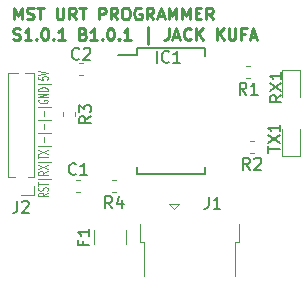
<source format=gbr>
G04 #@! TF.GenerationSoftware,KiCad,Pcbnew,(5.0.1)-3*
G04 #@! TF.CreationDate,2018-11-02T13:07:49-05:00*
G04 #@! TF.ProjectId,ProgrammerBoard,50726F6772616D6D6572426F6172642E,rev?*
G04 #@! TF.SameCoordinates,Original*
G04 #@! TF.FileFunction,Legend,Top*
G04 #@! TF.FilePolarity,Positive*
%FSLAX46Y46*%
G04 Gerber Fmt 4.6, Leading zero omitted, Abs format (unit mm)*
G04 Created by KiCad (PCBNEW (5.0.1)-3) date 11/2/2018 1:07:49 PM*
%MOMM*%
%LPD*%
G01*
G04 APERTURE LIST*
%ADD10C,0.125000*%
%ADD11C,0.250000*%
%ADD12C,0.120000*%
%ADD13C,0.150000*%
G04 APERTURE END LIST*
D10*
X60686904Y-52117000D02*
X60305952Y-52283666D01*
X60686904Y-52402714D02*
X59886904Y-52402714D01*
X59886904Y-52212238D01*
X59925000Y-52164619D01*
X59963095Y-52140809D01*
X60039285Y-52117000D01*
X60153571Y-52117000D01*
X60229761Y-52140809D01*
X60267857Y-52164619D01*
X60305952Y-52212238D01*
X60305952Y-52402714D01*
X60648809Y-51926523D02*
X60686904Y-51855095D01*
X60686904Y-51736047D01*
X60648809Y-51688428D01*
X60610714Y-51664619D01*
X60534523Y-51640809D01*
X60458333Y-51640809D01*
X60382142Y-51664619D01*
X60344047Y-51688428D01*
X60305952Y-51736047D01*
X60267857Y-51831285D01*
X60229761Y-51878904D01*
X60191666Y-51902714D01*
X60115476Y-51926523D01*
X60039285Y-51926523D01*
X59963095Y-51902714D01*
X59925000Y-51878904D01*
X59886904Y-51831285D01*
X59886904Y-51712238D01*
X59925000Y-51640809D01*
X59886904Y-51497952D02*
X59886904Y-51212238D01*
X60686904Y-51355095D02*
X59886904Y-51355095D01*
X60953571Y-50926523D02*
X59810714Y-50926523D01*
X60686904Y-50283666D02*
X60305952Y-50450333D01*
X60686904Y-50569380D02*
X59886904Y-50569380D01*
X59886904Y-50378904D01*
X59925000Y-50331285D01*
X59963095Y-50307476D01*
X60039285Y-50283666D01*
X60153571Y-50283666D01*
X60229761Y-50307476D01*
X60267857Y-50331285D01*
X60305952Y-50378904D01*
X60305952Y-50569380D01*
X59886904Y-50117000D02*
X60686904Y-49783666D01*
X59886904Y-49783666D02*
X60686904Y-50117000D01*
X60953571Y-49474142D02*
X59810714Y-49474142D01*
X59886904Y-49188428D02*
X59886904Y-48902714D01*
X60686904Y-49045571D02*
X59886904Y-49045571D01*
X59886904Y-48783666D02*
X60686904Y-48450333D01*
X59886904Y-48450333D02*
X60686904Y-48783666D01*
X60953571Y-48140809D02*
X59810714Y-48140809D01*
X60382142Y-47783666D02*
X60382142Y-47402714D01*
X60953571Y-47045571D02*
X59810714Y-47045571D01*
X60382142Y-46688428D02*
X60382142Y-46307476D01*
X60953571Y-45950333D02*
X59810714Y-45950333D01*
X60382142Y-45593190D02*
X60382142Y-45212238D01*
X60953571Y-44855095D02*
X59810714Y-44855095D01*
X59925000Y-44236047D02*
X59886904Y-44283666D01*
X59886904Y-44355095D01*
X59925000Y-44426523D01*
X60001190Y-44474142D01*
X60077380Y-44497952D01*
X60229761Y-44521761D01*
X60344047Y-44521761D01*
X60496428Y-44497952D01*
X60572619Y-44474142D01*
X60648809Y-44426523D01*
X60686904Y-44355095D01*
X60686904Y-44307476D01*
X60648809Y-44236047D01*
X60610714Y-44212238D01*
X60344047Y-44212238D01*
X60344047Y-44307476D01*
X60686904Y-43997952D02*
X59886904Y-43997952D01*
X60686904Y-43712238D01*
X59886904Y-43712238D01*
X60686904Y-43474142D02*
X59886904Y-43474142D01*
X59886904Y-43355095D01*
X59925000Y-43283666D01*
X60001190Y-43236047D01*
X60077380Y-43212238D01*
X60229761Y-43188428D01*
X60344047Y-43188428D01*
X60496428Y-43212238D01*
X60572619Y-43236047D01*
X60648809Y-43283666D01*
X60686904Y-43355095D01*
X60686904Y-43474142D01*
X60953571Y-42855095D02*
X59810714Y-42855095D01*
X59886904Y-42259857D02*
X59886904Y-42497952D01*
X60267857Y-42521761D01*
X60229761Y-42497952D01*
X60191666Y-42450333D01*
X60191666Y-42331285D01*
X60229761Y-42283666D01*
X60267857Y-42259857D01*
X60344047Y-42236047D01*
X60534523Y-42236047D01*
X60610714Y-42259857D01*
X60648809Y-42283666D01*
X60686904Y-42331285D01*
X60686904Y-42450333D01*
X60648809Y-42497952D01*
X60610714Y-42521761D01*
X59886904Y-42093190D02*
X60686904Y-41926523D01*
X59886904Y-41759857D01*
D11*
X57804595Y-37423380D02*
X57804595Y-36423380D01*
X58137928Y-37137666D01*
X58471261Y-36423380D01*
X58471261Y-37423380D01*
X58899833Y-37375761D02*
X59042690Y-37423380D01*
X59280785Y-37423380D01*
X59376023Y-37375761D01*
X59423642Y-37328142D01*
X59471261Y-37232904D01*
X59471261Y-37137666D01*
X59423642Y-37042428D01*
X59376023Y-36994809D01*
X59280785Y-36947190D01*
X59090309Y-36899571D01*
X58995071Y-36851952D01*
X58947452Y-36804333D01*
X58899833Y-36709095D01*
X58899833Y-36613857D01*
X58947452Y-36518619D01*
X58995071Y-36471000D01*
X59090309Y-36423380D01*
X59328404Y-36423380D01*
X59471261Y-36471000D01*
X59756976Y-36423380D02*
X60328404Y-36423380D01*
X60042690Y-37423380D02*
X60042690Y-36423380D01*
X61423642Y-36423380D02*
X61423642Y-37232904D01*
X61471261Y-37328142D01*
X61518880Y-37375761D01*
X61614119Y-37423380D01*
X61804595Y-37423380D01*
X61899833Y-37375761D01*
X61947452Y-37328142D01*
X61995071Y-37232904D01*
X61995071Y-36423380D01*
X63042690Y-37423380D02*
X62709357Y-36947190D01*
X62471261Y-37423380D02*
X62471261Y-36423380D01*
X62852214Y-36423380D01*
X62947452Y-36471000D01*
X62995071Y-36518619D01*
X63042690Y-36613857D01*
X63042690Y-36756714D01*
X62995071Y-36851952D01*
X62947452Y-36899571D01*
X62852214Y-36947190D01*
X62471261Y-36947190D01*
X63328404Y-36423380D02*
X63899833Y-36423380D01*
X63614119Y-37423380D02*
X63614119Y-36423380D01*
X64995071Y-37423380D02*
X64995071Y-36423380D01*
X65376023Y-36423380D01*
X65471261Y-36471000D01*
X65518880Y-36518619D01*
X65566500Y-36613857D01*
X65566500Y-36756714D01*
X65518880Y-36851952D01*
X65471261Y-36899571D01*
X65376023Y-36947190D01*
X64995071Y-36947190D01*
X66566500Y-37423380D02*
X66233166Y-36947190D01*
X65995071Y-37423380D02*
X65995071Y-36423380D01*
X66376023Y-36423380D01*
X66471261Y-36471000D01*
X66518880Y-36518619D01*
X66566500Y-36613857D01*
X66566500Y-36756714D01*
X66518880Y-36851952D01*
X66471261Y-36899571D01*
X66376023Y-36947190D01*
X65995071Y-36947190D01*
X67185547Y-36423380D02*
X67376023Y-36423380D01*
X67471261Y-36471000D01*
X67566500Y-36566238D01*
X67614119Y-36756714D01*
X67614119Y-37090047D01*
X67566500Y-37280523D01*
X67471261Y-37375761D01*
X67376023Y-37423380D01*
X67185547Y-37423380D01*
X67090309Y-37375761D01*
X66995071Y-37280523D01*
X66947452Y-37090047D01*
X66947452Y-36756714D01*
X66995071Y-36566238D01*
X67090309Y-36471000D01*
X67185547Y-36423380D01*
X68566500Y-36471000D02*
X68471261Y-36423380D01*
X68328404Y-36423380D01*
X68185547Y-36471000D01*
X68090309Y-36566238D01*
X68042690Y-36661476D01*
X67995071Y-36851952D01*
X67995071Y-36994809D01*
X68042690Y-37185285D01*
X68090309Y-37280523D01*
X68185547Y-37375761D01*
X68328404Y-37423380D01*
X68423642Y-37423380D01*
X68566500Y-37375761D01*
X68614119Y-37328142D01*
X68614119Y-36994809D01*
X68423642Y-36994809D01*
X69614119Y-37423380D02*
X69280785Y-36947190D01*
X69042690Y-37423380D02*
X69042690Y-36423380D01*
X69423642Y-36423380D01*
X69518880Y-36471000D01*
X69566500Y-36518619D01*
X69614119Y-36613857D01*
X69614119Y-36756714D01*
X69566500Y-36851952D01*
X69518880Y-36899571D01*
X69423642Y-36947190D01*
X69042690Y-36947190D01*
X69995071Y-37137666D02*
X70471261Y-37137666D01*
X69899833Y-37423380D02*
X70233166Y-36423380D01*
X70566500Y-37423380D01*
X70899833Y-37423380D02*
X70899833Y-36423380D01*
X71233166Y-37137666D01*
X71566500Y-36423380D01*
X71566500Y-37423380D01*
X72042690Y-37423380D02*
X72042690Y-36423380D01*
X72376023Y-37137666D01*
X72709357Y-36423380D01*
X72709357Y-37423380D01*
X73185547Y-36899571D02*
X73518880Y-36899571D01*
X73661738Y-37423380D02*
X73185547Y-37423380D01*
X73185547Y-36423380D01*
X73661738Y-36423380D01*
X74661738Y-37423380D02*
X74328404Y-36947190D01*
X74090309Y-37423380D02*
X74090309Y-36423380D01*
X74471261Y-36423380D01*
X74566500Y-36471000D01*
X74614119Y-36518619D01*
X74661738Y-36613857D01*
X74661738Y-36756714D01*
X74614119Y-36851952D01*
X74566500Y-36899571D01*
X74471261Y-36947190D01*
X74090309Y-36947190D01*
X57756976Y-39125761D02*
X57899833Y-39173380D01*
X58137928Y-39173380D01*
X58233166Y-39125761D01*
X58280785Y-39078142D01*
X58328404Y-38982904D01*
X58328404Y-38887666D01*
X58280785Y-38792428D01*
X58233166Y-38744809D01*
X58137928Y-38697190D01*
X57947452Y-38649571D01*
X57852214Y-38601952D01*
X57804595Y-38554333D01*
X57756976Y-38459095D01*
X57756976Y-38363857D01*
X57804595Y-38268619D01*
X57852214Y-38221000D01*
X57947452Y-38173380D01*
X58185547Y-38173380D01*
X58328404Y-38221000D01*
X59280785Y-39173380D02*
X58709357Y-39173380D01*
X58995071Y-39173380D02*
X58995071Y-38173380D01*
X58899833Y-38316238D01*
X58804595Y-38411476D01*
X58709357Y-38459095D01*
X59709357Y-39078142D02*
X59756976Y-39125761D01*
X59709357Y-39173380D01*
X59661738Y-39125761D01*
X59709357Y-39078142D01*
X59709357Y-39173380D01*
X60376023Y-38173380D02*
X60471261Y-38173380D01*
X60566500Y-38221000D01*
X60614119Y-38268619D01*
X60661738Y-38363857D01*
X60709357Y-38554333D01*
X60709357Y-38792428D01*
X60661738Y-38982904D01*
X60614119Y-39078142D01*
X60566500Y-39125761D01*
X60471261Y-39173380D01*
X60376023Y-39173380D01*
X60280785Y-39125761D01*
X60233166Y-39078142D01*
X60185547Y-38982904D01*
X60137928Y-38792428D01*
X60137928Y-38554333D01*
X60185547Y-38363857D01*
X60233166Y-38268619D01*
X60280785Y-38221000D01*
X60376023Y-38173380D01*
X61137928Y-39078142D02*
X61185547Y-39125761D01*
X61137928Y-39173380D01*
X61090309Y-39125761D01*
X61137928Y-39078142D01*
X61137928Y-39173380D01*
X62137928Y-39173380D02*
X61566500Y-39173380D01*
X61852214Y-39173380D02*
X61852214Y-38173380D01*
X61756976Y-38316238D01*
X61661738Y-38411476D01*
X61566500Y-38459095D01*
X63661738Y-38649571D02*
X63804595Y-38697190D01*
X63852214Y-38744809D01*
X63899833Y-38840047D01*
X63899833Y-38982904D01*
X63852214Y-39078142D01*
X63804595Y-39125761D01*
X63709357Y-39173380D01*
X63328404Y-39173380D01*
X63328404Y-38173380D01*
X63661738Y-38173380D01*
X63756976Y-38221000D01*
X63804595Y-38268619D01*
X63852214Y-38363857D01*
X63852214Y-38459095D01*
X63804595Y-38554333D01*
X63756976Y-38601952D01*
X63661738Y-38649571D01*
X63328404Y-38649571D01*
X64852214Y-39173380D02*
X64280785Y-39173380D01*
X64566500Y-39173380D02*
X64566500Y-38173380D01*
X64471261Y-38316238D01*
X64376023Y-38411476D01*
X64280785Y-38459095D01*
X65280785Y-39078142D02*
X65328404Y-39125761D01*
X65280785Y-39173380D01*
X65233166Y-39125761D01*
X65280785Y-39078142D01*
X65280785Y-39173380D01*
X65947452Y-38173380D02*
X66042690Y-38173380D01*
X66137928Y-38221000D01*
X66185547Y-38268619D01*
X66233166Y-38363857D01*
X66280785Y-38554333D01*
X66280785Y-38792428D01*
X66233166Y-38982904D01*
X66185547Y-39078142D01*
X66137928Y-39125761D01*
X66042690Y-39173380D01*
X65947452Y-39173380D01*
X65852214Y-39125761D01*
X65804595Y-39078142D01*
X65756976Y-38982904D01*
X65709357Y-38792428D01*
X65709357Y-38554333D01*
X65756976Y-38363857D01*
X65804595Y-38268619D01*
X65852214Y-38221000D01*
X65947452Y-38173380D01*
X66709357Y-39078142D02*
X66756976Y-39125761D01*
X66709357Y-39173380D01*
X66661738Y-39125761D01*
X66709357Y-39078142D01*
X66709357Y-39173380D01*
X67709357Y-39173380D02*
X67137928Y-39173380D01*
X67423642Y-39173380D02*
X67423642Y-38173380D01*
X67328404Y-38316238D01*
X67233166Y-38411476D01*
X67137928Y-38459095D01*
X69137928Y-39506714D02*
X69137928Y-38078142D01*
X70899833Y-38173380D02*
X70899833Y-38887666D01*
X70852214Y-39030523D01*
X70756976Y-39125761D01*
X70614119Y-39173380D01*
X70518880Y-39173380D01*
X71328404Y-38887666D02*
X71804595Y-38887666D01*
X71233166Y-39173380D02*
X71566500Y-38173380D01*
X71899833Y-39173380D01*
X72804595Y-39078142D02*
X72756976Y-39125761D01*
X72614119Y-39173380D01*
X72518880Y-39173380D01*
X72376023Y-39125761D01*
X72280785Y-39030523D01*
X72233166Y-38935285D01*
X72185547Y-38744809D01*
X72185547Y-38601952D01*
X72233166Y-38411476D01*
X72280785Y-38316238D01*
X72376023Y-38221000D01*
X72518880Y-38173380D01*
X72614119Y-38173380D01*
X72756976Y-38221000D01*
X72804595Y-38268619D01*
X73233166Y-39173380D02*
X73233166Y-38173380D01*
X73804595Y-39173380D02*
X73376023Y-38601952D01*
X73804595Y-38173380D02*
X73233166Y-38744809D01*
X74995071Y-39173380D02*
X74995071Y-38173380D01*
X75566500Y-39173380D02*
X75137928Y-38601952D01*
X75566500Y-38173380D02*
X74995071Y-38744809D01*
X75995071Y-38173380D02*
X75995071Y-38982904D01*
X76042690Y-39078142D01*
X76090309Y-39125761D01*
X76185547Y-39173380D01*
X76376023Y-39173380D01*
X76471261Y-39125761D01*
X76518880Y-39078142D01*
X76566500Y-38982904D01*
X76566500Y-38173380D01*
X77376023Y-38649571D02*
X77042690Y-38649571D01*
X77042690Y-39173380D02*
X77042690Y-38173380D01*
X77518880Y-38173380D01*
X77852214Y-38887666D02*
X78328404Y-38887666D01*
X77756976Y-39173380D02*
X78090309Y-38173380D01*
X78423642Y-39173380D01*
D12*
G04 #@! TO.C,R4*
X66131221Y-52072000D02*
X66456779Y-52072000D01*
X66131221Y-51052000D02*
X66456779Y-51052000D01*
G04 #@! TO.C,R3*
X61974000Y-45628779D02*
X61974000Y-45303221D01*
X62994000Y-45628779D02*
X62994000Y-45303221D01*
G04 #@! TO.C,R2*
X78117779Y-47750000D02*
X77792221Y-47750000D01*
X78117779Y-48770000D02*
X77792221Y-48770000D01*
G04 #@! TO.C,R1*
X77817779Y-42420000D02*
X77492221Y-42420000D01*
X77817779Y-41400000D02*
X77492221Y-41400000D01*
G04 #@! TO.C,F1*
X67273000Y-55277936D02*
X67273000Y-56482064D01*
X64553000Y-55277936D02*
X64553000Y-56482064D01*
D13*
G04 #@! TO.C,IC1*
X68245000Y-40462000D02*
X66645000Y-40462000D01*
X68245000Y-50537000D02*
X73995000Y-50537000D01*
X68245000Y-39887000D02*
X73995000Y-39887000D01*
X68245000Y-50537000D02*
X68245000Y-49887000D01*
X73995000Y-50537000D02*
X73995000Y-49887000D01*
X73995000Y-39887000D02*
X73995000Y-40537000D01*
X68245000Y-39887000D02*
X68245000Y-40462000D01*
D12*
G04 #@! TO.C,J2*
X59530000Y-52322000D02*
X58420000Y-52322000D01*
X59530000Y-51562000D02*
X59530000Y-52322000D01*
X57856529Y-50802000D02*
X57310000Y-50802000D01*
X59530000Y-50802000D02*
X58983471Y-50802000D01*
X57310000Y-50802000D02*
X57310000Y-41977000D01*
X59530000Y-50802000D02*
X59530000Y-41977000D01*
X58112470Y-41977000D02*
X57310000Y-41977000D01*
X59530000Y-41977000D02*
X58727530Y-41977000D01*
G04 #@! TO.C,C1*
X63057721Y-52072000D02*
X63383279Y-52072000D01*
X63057721Y-51052000D02*
X63383279Y-51052000D01*
G04 #@! TO.C,J1*
X71374000Y-53510000D02*
X70974000Y-53060000D01*
X70974000Y-53060000D02*
X71774000Y-53060000D01*
X71774000Y-53060000D02*
X71374000Y-53510000D01*
X76524000Y-59110000D02*
X76524000Y-56310000D01*
X76524000Y-56310000D02*
X76824000Y-56310000D01*
X76824000Y-56310000D02*
X76824000Y-54760000D01*
X68824000Y-59110000D02*
X68824000Y-56310000D01*
X68524000Y-56310000D02*
X68824000Y-56310000D01*
X68524000Y-56310000D02*
X68524000Y-54760000D01*
G04 #@! TO.C,RX1*
X82015000Y-43980000D02*
X82015000Y-41695000D01*
X82015000Y-41695000D02*
X80545000Y-41695000D01*
X80545000Y-41695000D02*
X80545000Y-43980000D01*
G04 #@! TO.C,TX1*
X82015000Y-48957500D02*
X82015000Y-46672500D01*
X80545000Y-48957500D02*
X82015000Y-48957500D01*
X80545000Y-46672500D02*
X80545000Y-48957500D01*
G04 #@! TO.C,C2*
X63662779Y-42166000D02*
X63337221Y-42166000D01*
X63662779Y-41146000D02*
X63337221Y-41146000D01*
G04 #@! TO.C,R4*
D13*
X66127333Y-53411380D02*
X65794000Y-52935190D01*
X65555904Y-53411380D02*
X65555904Y-52411380D01*
X65936857Y-52411380D01*
X66032095Y-52459000D01*
X66079714Y-52506619D01*
X66127333Y-52601857D01*
X66127333Y-52744714D01*
X66079714Y-52839952D01*
X66032095Y-52887571D01*
X65936857Y-52935190D01*
X65555904Y-52935190D01*
X66984476Y-52744714D02*
X66984476Y-53411380D01*
X66746380Y-52363761D02*
X66508285Y-53078047D01*
X67127333Y-53078047D01*
G04 #@! TO.C,R3*
X64333380Y-45632666D02*
X63857190Y-45966000D01*
X64333380Y-46204095D02*
X63333380Y-46204095D01*
X63333380Y-45823142D01*
X63381000Y-45727904D01*
X63428619Y-45680285D01*
X63523857Y-45632666D01*
X63666714Y-45632666D01*
X63761952Y-45680285D01*
X63809571Y-45727904D01*
X63857190Y-45823142D01*
X63857190Y-46204095D01*
X63333380Y-45299333D02*
X63333380Y-44680285D01*
X63714333Y-45013619D01*
X63714333Y-44870761D01*
X63761952Y-44775523D01*
X63809571Y-44727904D01*
X63904809Y-44680285D01*
X64142904Y-44680285D01*
X64238142Y-44727904D01*
X64285761Y-44775523D01*
X64333380Y-44870761D01*
X64333380Y-45156476D01*
X64285761Y-45251714D01*
X64238142Y-45299333D01*
G04 #@! TO.C,R2*
X77788333Y-50142380D02*
X77455000Y-49666190D01*
X77216904Y-50142380D02*
X77216904Y-49142380D01*
X77597857Y-49142380D01*
X77693095Y-49190000D01*
X77740714Y-49237619D01*
X77788333Y-49332857D01*
X77788333Y-49475714D01*
X77740714Y-49570952D01*
X77693095Y-49618571D01*
X77597857Y-49666190D01*
X77216904Y-49666190D01*
X78169285Y-49237619D02*
X78216904Y-49190000D01*
X78312142Y-49142380D01*
X78550238Y-49142380D01*
X78645476Y-49190000D01*
X78693095Y-49237619D01*
X78740714Y-49332857D01*
X78740714Y-49428095D01*
X78693095Y-49570952D01*
X78121666Y-50142380D01*
X78740714Y-50142380D01*
G04 #@! TO.C,R1*
X77488333Y-43792380D02*
X77155000Y-43316190D01*
X76916904Y-43792380D02*
X76916904Y-42792380D01*
X77297857Y-42792380D01*
X77393095Y-42840000D01*
X77440714Y-42887619D01*
X77488333Y-42982857D01*
X77488333Y-43125714D01*
X77440714Y-43220952D01*
X77393095Y-43268571D01*
X77297857Y-43316190D01*
X76916904Y-43316190D01*
X78440714Y-43792380D02*
X77869285Y-43792380D01*
X78155000Y-43792380D02*
X78155000Y-42792380D01*
X78059761Y-42935238D01*
X77964523Y-43030476D01*
X77869285Y-43078095D01*
G04 #@! TO.C,F1*
X63682571Y-56213333D02*
X63682571Y-56546666D01*
X64206380Y-56546666D02*
X63206380Y-56546666D01*
X63206380Y-56070476D01*
X64206380Y-55165714D02*
X64206380Y-55737142D01*
X64206380Y-55451428D02*
X63206380Y-55451428D01*
X63349238Y-55546666D01*
X63444476Y-55641904D01*
X63492095Y-55737142D01*
G04 #@! TO.C,IC1*
X69889809Y-41092380D02*
X69889809Y-40092380D01*
X70937428Y-40997142D02*
X70889809Y-41044761D01*
X70746952Y-41092380D01*
X70651714Y-41092380D01*
X70508857Y-41044761D01*
X70413619Y-40949523D01*
X70366000Y-40854285D01*
X70318380Y-40663809D01*
X70318380Y-40520952D01*
X70366000Y-40330476D01*
X70413619Y-40235238D01*
X70508857Y-40140000D01*
X70651714Y-40092380D01*
X70746952Y-40092380D01*
X70889809Y-40140000D01*
X70937428Y-40187619D01*
X71889809Y-41092380D02*
X71318380Y-41092380D01*
X71604095Y-41092380D02*
X71604095Y-40092380D01*
X71508857Y-40235238D01*
X71413619Y-40330476D01*
X71318380Y-40378095D01*
G04 #@! TO.C,J2*
X58086666Y-52792380D02*
X58086666Y-53506666D01*
X58039047Y-53649523D01*
X57943809Y-53744761D01*
X57800952Y-53792380D01*
X57705714Y-53792380D01*
X58515238Y-52887619D02*
X58562857Y-52840000D01*
X58658095Y-52792380D01*
X58896190Y-52792380D01*
X58991428Y-52840000D01*
X59039047Y-52887619D01*
X59086666Y-52982857D01*
X59086666Y-53078095D01*
X59039047Y-53220952D01*
X58467619Y-53792380D01*
X59086666Y-53792380D01*
G04 #@! TO.C,C1*
X63053833Y-50489142D02*
X63006214Y-50536761D01*
X62863357Y-50584380D01*
X62768119Y-50584380D01*
X62625261Y-50536761D01*
X62530023Y-50441523D01*
X62482404Y-50346285D01*
X62434785Y-50155809D01*
X62434785Y-50012952D01*
X62482404Y-49822476D01*
X62530023Y-49727238D01*
X62625261Y-49632000D01*
X62768119Y-49584380D01*
X62863357Y-49584380D01*
X63006214Y-49632000D01*
X63053833Y-49679619D01*
X64006214Y-50584380D02*
X63434785Y-50584380D01*
X63720500Y-50584380D02*
X63720500Y-49584380D01*
X63625261Y-49727238D01*
X63530023Y-49822476D01*
X63434785Y-49870095D01*
G04 #@! TO.C,J1*
X74290666Y-52462380D02*
X74290666Y-53176666D01*
X74243047Y-53319523D01*
X74147809Y-53414761D01*
X74004952Y-53462380D01*
X73909714Y-53462380D01*
X75290666Y-53462380D02*
X74719238Y-53462380D01*
X75004952Y-53462380D02*
X75004952Y-52462380D01*
X74909714Y-52605238D01*
X74814476Y-52700476D01*
X74719238Y-52748095D01*
G04 #@! TO.C,RX1*
X80462380Y-43822857D02*
X79986190Y-44156190D01*
X80462380Y-44394285D02*
X79462380Y-44394285D01*
X79462380Y-44013333D01*
X79510000Y-43918095D01*
X79557619Y-43870476D01*
X79652857Y-43822857D01*
X79795714Y-43822857D01*
X79890952Y-43870476D01*
X79938571Y-43918095D01*
X79986190Y-44013333D01*
X79986190Y-44394285D01*
X79462380Y-43489523D02*
X80462380Y-42822857D01*
X79462380Y-42822857D02*
X80462380Y-43489523D01*
X80462380Y-41918095D02*
X80462380Y-42489523D01*
X80462380Y-42203809D02*
X79462380Y-42203809D01*
X79605238Y-42299047D01*
X79700476Y-42394285D01*
X79748095Y-42489523D01*
G04 #@! TO.C,TX1*
X79302380Y-48710595D02*
X79302380Y-48139166D01*
X80302380Y-48424880D02*
X79302380Y-48424880D01*
X79302380Y-47901071D02*
X80302380Y-47234404D01*
X79302380Y-47234404D02*
X80302380Y-47901071D01*
X80302380Y-46329642D02*
X80302380Y-46901071D01*
X80302380Y-46615357D02*
X79302380Y-46615357D01*
X79445238Y-46710595D01*
X79540476Y-46805833D01*
X79588095Y-46901071D01*
G04 #@! TO.C,C2*
X63333333Y-40743142D02*
X63285714Y-40790761D01*
X63142857Y-40838380D01*
X63047619Y-40838380D01*
X62904761Y-40790761D01*
X62809523Y-40695523D01*
X62761904Y-40600285D01*
X62714285Y-40409809D01*
X62714285Y-40266952D01*
X62761904Y-40076476D01*
X62809523Y-39981238D01*
X62904761Y-39886000D01*
X63047619Y-39838380D01*
X63142857Y-39838380D01*
X63285714Y-39886000D01*
X63333333Y-39933619D01*
X63714285Y-39933619D02*
X63761904Y-39886000D01*
X63857142Y-39838380D01*
X64095238Y-39838380D01*
X64190476Y-39886000D01*
X64238095Y-39933619D01*
X64285714Y-40028857D01*
X64285714Y-40124095D01*
X64238095Y-40266952D01*
X63666666Y-40838380D01*
X64285714Y-40838380D01*
G04 #@! TD*
M02*

</source>
